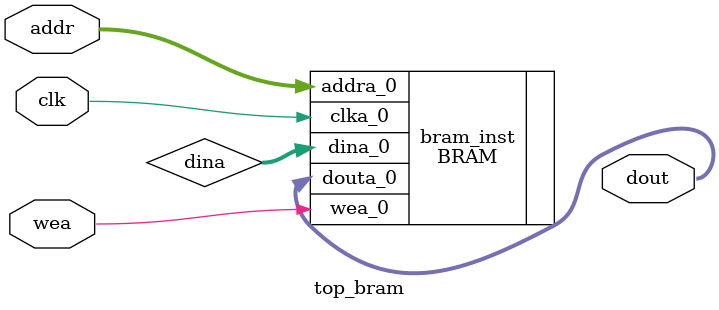
<source format=v>
`timescale 1ns / 1ps

module SR_latch(
    input S, R, output Q, Qn
    );    
NAND nand1(.O(Q),.I1(S),.I2(Qn));
NAND nand2(.O(Qn),.I1(R),.I2(Q));
endmodule

module D_latch(
    input CLK, D, output Q, Qn
    );    
wire D_not;
wire S;
wire R; 
NOT not1(.O(D_not), .I(D));
NAND nand1(.O(R),.I1(D_not),.I2(CLK));
NAND nand2(.O(S),.I1(D),.I2(CLK));
NAND nand3(.O(Q),.I1(S),.I2(Qn));
NAND nand4(.O(Qn),.I1(R),.I2(Q));
endmodule

module master_slaveDFF(input CLK, D, output Q, Qn);
wire wire1;
wire Q_m;
wire CLK_not;
NOT not1(.O(CLK_not), .I(CLK));
D_latch dlatch1(.CLK(CLK),.D(D),.Q(Q_m),.Qn(wire1));
D_latch dlatch2(.CLK(CLK_not),.D(Q_m),.Q(Q),.Qn(Qn));
endmodule


module behavioral_dff(
    input CLK, D, output Q, Qn);
    reg FF;
    always @(posedge CLK)
    begin
         FF<=D;       
    end 
    assign Q=FF;
    assign Qn=~FF;
endmodule
    

module register_8(input CLK, CLEAR, input [7:0] IN, output reg [7:0] OUT);
    always @(posedge CLK or posedge CLEAR)
    begin
        if (CLEAR)
            OUT <= 8'b0;  // Clear the register to zero when CLEAR is asserted
        else
            OUT <= IN;    // Assign input to output on the rising edge of the clock
    end 
endmodule

module top_bram(
  input wea,
  input clk,
  input [3:0] addr,
  output [7:0] dout
);

  wire [7:0] dina;

  BRAM bram_inst(
    .clka_0(clk),
    .wea_0(wea),
    .addra_0(addr),
    .dina_0(dina),
    .douta_0(dout)
  );

endmodule

</source>
